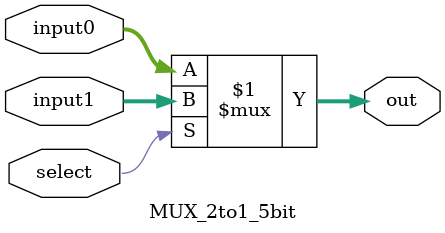
<source format=v>
module MUX_2to1_5bit (input [4:0] input0,
                      input [4:0] input1, 
                      input select, 
                      output [4:0] out);
  assign out = select? input1 : input0;
endmodule   
</source>
